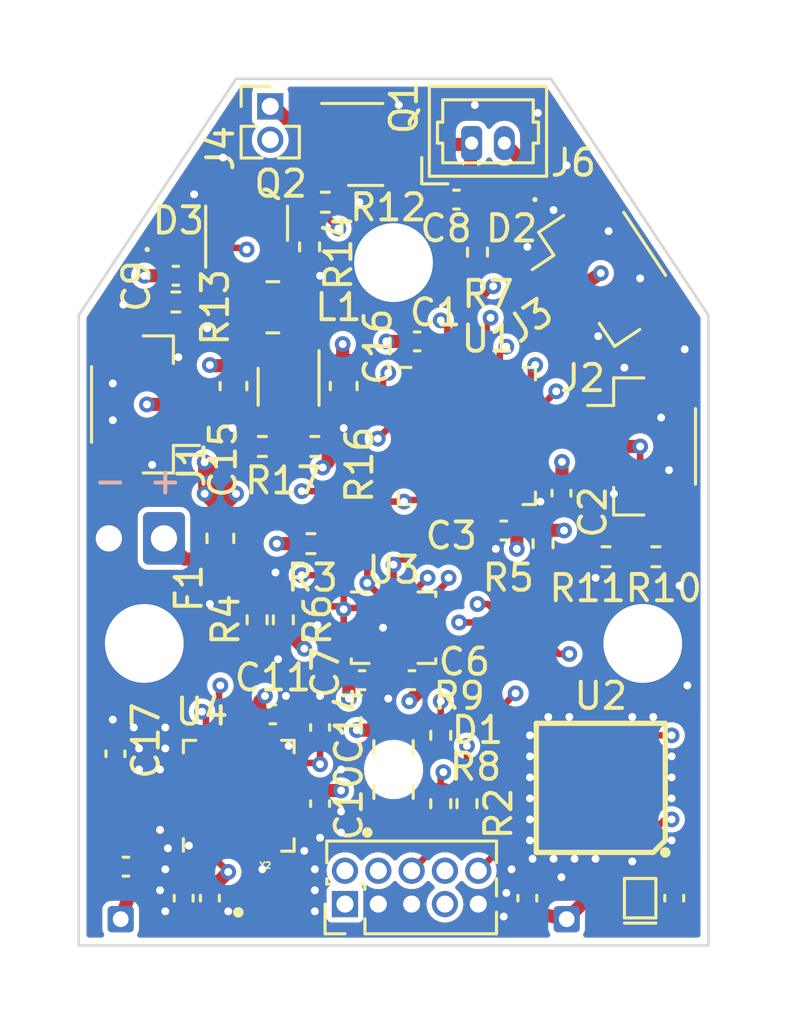
<source format=kicad_pcb>
(kicad_pcb (version 20211014) (generator pcbnew)
  (layers (0 "F.Cu" signal) (1 "In1.Cu" signal) (2 "In2.Cu" signal) (31 "B.Cu" signal) (34 "B.Paste" user) (35 "F.Paste" user) (36 "B.SilkS" user "B.Silkscreen") (37 "F.SilkS" user "F.Silkscreen") (38 "B.Mask" user) (39 "F.Mask" user) (44 "Edge.Cuts" user))
  (net 0 "")
  (net 1 "GND")
  (net 2 "/~{ACCEL_CS}")
  (net 3 "+3V3")
  (net 4 "/CONTROLLER_SDI")
  (net 5 "/CONTROLLER_SDO")
  (net 6 "/SCK")
  (net 7 "Net-(C8-Pad2)")
  (net 8 "Net-(C13-Pad1)")
  (net 9 "/SWCLK")
  (net 10 "/SWDIO")
  (net 12 "/~{GNSS_CS}")
  (net 13 "+BATT")
  (net 14 "Net-(U4-Pad6)")
  (net 19 "Net-(C9-Pad2)")
  (net 21 "Net-(C12-Pad1)")
  (net 24 "/~{RADIO_CS}")
  (net 25 "/~{RST}")
  (net 44 "Net-(U2-PadG9)")
  (net 45 "Net-(BATT1-Pad1)")
  (net 46 "Net-(D1-Pad1)")
  (net 47 "Net-(D1-Pad2)")
  (net 48 "Net-(D1-Pad3)")
  (net 53 "/BATT_MON")
  (net 54 "/SWO")
  (net 55 "Net-(FL1-Pad1)")
  (net 56 "Net-(C4-Pad2)")
  (net 57 "/LED_R")
  (net 58 "/LED_G")
  (net 59 "/LED_B")
  (net 62 "/MAIN_CTL")
  (net 63 "/MAIN_SENSE")
  (net 64 "/BACK_CTL")
  (net 65 "/LEFT_CTL")
  (net 66 "/RIGHT_CTL")
  (net 67 "/TAIL_CTL")
  (net 68 "/TAIL_SENSE")
  (net 69 "Net-(L1-Pad1)")
  (net 70 "Net-(L1-Pad2)")
  (net 71 "Net-(R16-Pad1)")
  (net 72 "Net-(U4-Pad4)")
  (net 73 "Net-(C5-Pad2)")
  (net 74 "Net-(FL2-Pad4)")
  (net 79 "Net-(C17-Pad2)")
  (net 80 "Net-(C18-Pad2)")
  (footprint "library:Antenna" (layer "F.Cu") (at 139.6 112 90)
    (fp_text reference "RADIO1" hide)
    (fp_text value "Conn_01x01" hide)
  )
  (footprint "Connector_JST:JST_SH_BM03B-SRSS-TB_1x03-1MP_P1.00mm_Vertical" (layer "F.Cu") (at 140.5 92.4 90)
    (fp_text reference "J1")
    (fp_text value "BM03B-SRSS-TBLFSN" hide)
  )
  (footprint "Resistor_SMD:R_0402_1005Metric" (layer "F.Cu") (at 151.8 105 -90)
    (fp_text reference "R9")
    (fp_text value "27R" hide)
  )
  (footprint "Capacitor_SMD:C_0402_1005Metric" (layer "F.Cu") (at 152.4 84.6 180)
    (fp_text reference "C8")
    (fp_text value "10nF" hide)
  )
  (footprint "Resistor_SMD:R_0402_1005Metric" (layer "F.Cu") (at 151.8 107.6 -90)
    (fp_text reference "R8")
    (fp_text value "27R" hide)
  )
  (footprint "Resistor_SMD:R_0402_1005Metric" (layer "F.Cu") (at 155.7 97.7 -90)
    (fp_text reference "R5")
    (fp_text value "47k" hide)
  )
  (footprint "Capacitor_SMD:C_0402_1005Metric" (layer "F.Cu") (at 139.4 105.7 -90)
    (fp_text reference "C17")
    (fp_text value "~" hide)
  )
  (footprint "Capacitor_SMD:C_0402_1005Metric" (layer "F.Cu") (at 147.2 104.7 90)
    (fp_text reference "C14")
    (fp_text value "470nF" hide)
  )
  (footprint "Capacitor_SMD:C_0402_1005Metric" (layer "F.Cu") (at 142 111.2 -90)
    (fp_text reference "C13" hide)
    (fp_text value "10nF" hide)
  )
  (footprint "Capacitor_SMD:C_0402_1005Metric" (layer "F.Cu") (at 147.2 107.6 -90)
    (fp_text reference "C10")
    (fp_text value "100nF" hide)
  )
  (footprint "library:FIL_2450FM07D0034T" (layer "F.Cu") (at 140.35 107.55 180)
    (fp_text reference "FL1" hide)
    (fp_text value "2450FM07D0034T" hide)
  )
  (footprint "Package_TO_SOT_SMD:SC-70-8" (layer "F.Cu") (at 146 91.7 -90)
    (fp_text reference "U5" hide)
    (fp_text value "TPS631000" hide)
  )
  (footprint "Resistor_SMD:R_0402_1005Metric" (layer "F.Cu") (at 147 94)
    (fp_text reference "R16")
    (fp_text value "511k" hide)
  )
  (footprint "Resistor_SMD:R_0402_1005Metric" (layer "F.Cu") (at 141.7 88.5)
    (fp_text reference "R13")
    (fp_text value "47k" hide)
  )
  (footprint "Resistor_SMD:R_0402_1005Metric" (layer "F.Cu") (at 160 98.2)
    (fp_text reference "R10")
    (fp_text value "47k" hide)
  )
  (footprint "Capacitor_SMD:C_0402_1005Metric" (layer "F.Cu") (at 150.9 90)
    (fp_text reference "C1")
    (fp_text value "10uF" hide)
  )
  (footprint "library:Antenna" (layer "F.Cu") (at 156.6 112)
    (fp_text reference "GNSS1" hide)
    (fp_text value "Conn_01x01" hide)
  )
  (footprint "Filter:Filter_1411-5_1.4x1.1mm" (layer "F.Cu") (at 159.4 111.2 90)
    (fp_text reference "FL2" hide)
    (fp_text value "1.575GHz" hide)
  )
  (footprint "Package_TO_SOT_SMD:SOT-23" (layer "F.Cu") (at 148.9375 82.5)
    (fp_text reference "Q1")
    (fp_text value "Q_NMOS_GSD" hide)
  )
  (footprint "library:Conn" (layer "F.Cu") (at 141.25 97.5 180)
    (fp_text reference "BATT1" hide)
    (fp_text value "Conn_01x02" hide)
  )
  (footprint "Resistor_SMD:R_0402_1005Metric" (layer "F.Cu") (at 152.8 107.6 -90)
    (fp_text reference "R2")
    (fp_text value "75R" hide)
  )
  (footprint "Resistor_SMD:R_0402_1005Metric" (layer "F.Cu") (at 147.4 84.7 180)
    (fp_text reference "R12")
    (fp_text value "10m" hide)
  )
  (footprint "Connector_PinHeader_1.27mm:PinHeader_1x02_P1.27mm_Vertical" (layer "F.Cu") (at 145.3 81.05)
    (fp_text reference "J4")
    (fp_text value "Conn_01x02" hide)
  )
  (footprint "Fuse:Fuse_0603_1608Metric" (layer "F.Cu") (at 143.4 97.5 -90)
    (fp_text reference "F1")
    (fp_text value "6A" hide)
  )
  (footprint "library:0806" (layer "F.Cu") (at 145.4 88.7)
    (fp_text reference "L1")
    (fp_text value "1uH" hide)
  )
  (footprint "Resistor_SMD:R_0402_1005Metric" (layer "F.Cu") (at 146.8 86.4 90)
    (fp_text reference "R14")
    (fp_text value "10m" hide)
  )
  (footprint "Package_DFN_QFN:UFQFPN-32-1EP_5x5mm_P0.5mm_EP3.5x3.5mm" (layer "F.Cu") (at 152.8 93.6)
    (fp_text reference "U1")
    (fp_text value "STM32G4A1KEU6" hide)
  )
  (footprint "Capacitor_SMD:C_0402_1005Metric" (layer "F.Cu") (at 145.4 104.2)
    (fp_text reference "C11")
    (fp_text value "100nF" hide)
  )
  (footprint "Inductor_SMD:L_0402_1005Metric" (layer "F.Cu") (at 158.1 111.2 -90)
    (fp_text reference "L2" hide)
    (fp_text value "~" hide)
  )
  (footprint "Capacitor_SMD:C_0603_1608Metric" (layer "F.Cu") (at 143.9 91.7 -90)
    (fp_text reference "C15")
    (fp_text value "47uF" hide)
  )
  (footprint "Diode_SMD:D_0402_1005Metric" (layer "F.Cu") (at 154.3 84.6 180)
    (fp_text reference "D2")
    (fp_text value "D_Schottky" hide)
  )
  (footprint "Connector_Molex:Molex_PicoBlade_53047-0210_1x02_P1.25mm_Vertical" (layer "F.Cu") (at 152.975 82.45)
    (fp_text reference "J6")
    (fp_text value "Conn_01x02" hide)
  )
  (footprint "Capacitor_SMD:C_0402_1005Metric" (layer "F.Cu") (at 148.8 102.9)
    (fp_text reference "C7")
    (fp_text value "100nF" hide)
  )
  (footprint "Resistor_SMD:R_0402_1005Metric" (layer "F.Cu") (at 153.2 86.6 -90)
    (fp_text reference "R7")
    (fp_text value "47k" hide)
  )
  (footprint "Connector_JST:JST_SH_BM03B-SRSS-TB_1x03-1MP_P1.00mm_Vertical" (layer "F.Cu") (at 157.9 87.4 -56.31)
    (fp_text reference "J3")
    (fp_text value "BM03B-SRSS-TBLFSN" hide)
  )
  (footprint "Capacitor_SMD:C_0402_1005Metric" (layer "F.Cu") (at 143 111.2 -90)
    (fp_text reference "C12" hide)
    (fp_text value "10nF" hide)
  )
  (footprint "Capacitor_SMD:C_0402_1005Metric" (layer "F.Cu") (at 160.7 111.2 -90)
    (fp_text reference "C5" hide)
    (fp_text value "~" hide)
  )
  (footprint "Capacitor_SMD:C_0402_1005Metric" (layer "F.Cu") (at 139.8 110)
    (fp_text reference "C18" hide)
    (fp_text value "~" hide)
  )
  (footprint "Capacitor_SMD:C_0402_1005Metric" (layer "F.Cu") (at 141.7 87.5)
    (fp_text reference "C9")
    (fp_text value "10nF" hide)
  )
  (footprint "library:XTAL_ECS-520-8-47-CKM-TR" (layer "F.Cu") (at 145.6 111.2)
    (fp_text reference "Y2")
    (fp_text value "52 MHz")
  )
  (footprint "Connector_PinHeader_1.27mm:PinHeader_2x05_P1.27mm_Vertical" (layer "F.Cu") (at 148.15 111.425 90)
    (fp_text reference "J5" hide)
    (fp_text value "Conn_ARM_JTAG_SWD_10" hide)
  )
  (footprint "Capacitor_SMD:C_0402_1005Metric" (layer "F.Cu") (at 155.1 111.2 -90)
    (fp_text reference "C4" hide)
    (fp_text value "~" hide)
  )
  (footprint "Capacitor_SMD:C_0402_1005Metric" (layer "F.Cu") (at 154.2 97.2 180)
    (fp_text reference "C3")
    (fp_text value "1uF" hide)
  )
  (footprint "library:componentsearchengine-BGA51C50P9X9_450X450X110" (layer "F.Cu") (at 157.9 107 180)
    (fp_text reference "U2")
    (fp_text value "ZOE-M8Q" hide)
  )
  (footprint "Resistor_SMD:R_0402_1005Metric" (layer "F.Cu") (at 144.8 100.6 -90)
    (fp_text reference "R4")
    (fp_text value "47k" hide)
  )
  (footprint "Resistor_SMD:R_0402_1005Metric" (layer "F.Cu") (at 145 94)
    (fp_text reference "R17")
    (fp_text value "91k" hide)
  )
  (footprint "Resistor_SMD:R_0402_1005Metric" (layer "F.Cu") (at 158.1 98.2)
    (fp_text reference "R11")
    (fp_text value "47k" hide)
  )
  (footprint "Resistor_SMD:R_0402_1005Metric" (layer "F.Cu") (at 145.8 100.6 90)
    (fp_text reference "R6")
    (fp_text value "47k" hide)
  )
  (footprint "Inductor_SMD:L_0402_1005Metric" (layer "F.Cu") (at 139.8 108.9)
    (fp_text reference "L3" hide)
    (fp_text value "~" hide)
  )
  (footprint "Connector_JST:JST_SH_BM03B-SRSS-TB_1x03-1MP_P1.00mm_Vertical" (layer "F.Cu") (at 159.5 94 -90)
    (fp_text reference "J2")
    (fp_text value "BM03B-SRSS-TBLFSN" hide)
  )
  (footprint "Resistor_SMD:R_0402_1005Metric" (layer "F.Cu") (at 146.85 97.7 180)
    (fp_text reference "R3")
    (fp_text value "47k" hide)
  )
  (footprint "Diode_SMD:D_0402_1005Metric" (layer "F.Cu") (at 141.7 86.5)
    (fp_text reference "D3")
    (fp_text value "D_Schottky" hide)
  )
  (footprint "library:LED_156125M173000" (layer "F.Cu") (at 150 106.3 90)
    (fp_text reference "D1")
    (fp_text value "LED_RGBA" hide)
  )
  (footprint "Package_TO_SOT_SMD:SOT-23" (layer "F.Cu") (at 144.4 85.5 90)
    (fp_text reference "Q2")
    (fp_text value "Q_NMOS_GSD" hide)
  )
  (footprint "library:LGA-14_3x2.5mm" (layer "F.Cu") (at 150 100.9)
    (fp_text reference "U3")
    (fp_text value "LSM6DSRTR" hide)
  )
  (footprint "Package_DFN_QFN:HVQFN-24-1EP_4x4mm_P0.5mm_EP2.6x2.6mm" (layer "F.Cu") (at 144.1 107.3 90)
    (fp_text reference "U4")
    (fp_text value "SX1280" hide)
  )
  (footprint "Capacitor_SMD:C_0402_1005Metric" (layer "F.Cu") (at 150.7 102.9 180)
    (fp_text reference "C6")
    (fp_text value "100nF" hide)
  )
  (footprint "Capacitor_SMD:C_0603_1608Metric" (layer "F.Cu") (at 148.1 91.7 -90)
    (fp_text reference "C16")
    (fp_text value "47uF" hide)
  )
  (footprint "Capacitor_SMD:C_0402_1005Metric" (layer "F.Cu") (at 156.4 95.78 -90)
    (fp_text reference "C2")
    (fp_text value "10uF" hide)
  )
  (gr_line locked (start 138 113) (end 138 89) (layer "Edge.Cuts") (width 0.1))
  (gr_line locked (start 144 80) (end 156 80) (layer "Edge.Cuts") (width 0.1))
  (gr_line locked (start 162 89) (end 156 80) (layer "Edge.Cuts") (width 0.1))
  (gr_line locked (start 138 89) (end 144 80) (layer "Edge.Cuts") (width 0.1))
  (gr_line locked (start 162 113) (end 138 113) (layer "Edge.Cuts") (width 0.1))
  (gr_line locked (start 162 89) (end 162 113) (layer "Edge.Cuts") (width 0.1))
  (gr_text "-" (at 139.2 95.3) (layer "B.SilkS") (effects (font (size 1 1)) (justify mirror)))
  (gr_text "+" (at 141.3 95.3) (layer "B.SilkS") (effects (font (size 1 1)) (justify mirror)))
  (segment (start 153.55 97.03) (end 153.72 97.2) (width 0.25) (layer "F.Cu") (net 1))
  (segment (start 153.55 96.0375) (end 153.55 97.03) (width 0.25) (layer "F.Cu") (net 1))
  (via (at 143.5 83) (size 0.6) (drill 0.3) (layers "F.Cu" "B.Cu") (net 1))
  (via (at 156.4 110.4) (size 0.6) (drill 0.3) (layers "F.Cu" "B.Cu") (net 1))
  (via (at 140.3 106.3) (size 0.6) (drill 0.3) (layers "F.Cu" "B.Cu") (net 1))
  (via (at 140.8 94.7) (size 0.6) (drill 0.3) (layers "F.Cu" "B.Cu") (net 1))
  (via (at 141.1 108.6) (size 0.6) (drill 0.3) (layers "F.Cu" "B.Cu") (net 1))
  (via (at 160.6 105.8) (size 0.6) (drill 0.3) (layers "F.Cu" "B.Cu") (net 1))
  (via (at 141.3 105.5) (size 0.6) (drill 0.3) (layers "F.Cu" "B.Cu") (net 1))
  (via (at 141.8 90.6) (size 0.6) (drill 0.3) (layers "F.Cu" "B.Cu") (net 1))
  (via (at 147 110.9) (size 0.6) (drill 0.3) (layers "F.Cu" "B.Cu") (net 1))
  (via (at 149.8 103.6) (size 0.6) (drill 0.3) (layers "F.Cu" "B.Cu") (net 1))
  (via locked (at 140.5 101.5) (size 3.5) (drill 3) (layers "F.Cu" "B.Cu") (net 1))
  (via (at 155.2 105.8) (size 0.6) (drill 0.3) (layers "F.Cu" "B.Cu") (net 1))
  (via (at 158.4 95.8) (size 0.6) (drill 0.3) (layers "F.Cu" "B.Cu") (net 1))
  (via (at 159.1 109.8) (size 0.6) (drill 0.3) (layers "F.Cu" "B.Cu") (net 1))
  (via (at 155.3 109.7) (size 0.6) (drill 0.3) (layers "F.Cu" "B.Cu") (net 1))
  (via (at 147.2 108.9) (size 0.6) (drill 0.3) (layers "F.Cu" "B.Cu") (net 1))
  (via (at 160.6 106.6) (size 0.6) (drill 0.3) (layers "F.Cu" "B.Cu") (net 1))
  (via (at 159.9 104.3) (size 0.6) (drill 0.3) (layers "F.Cu" "B.Cu") (net 1))
  (via (at 154.3 111) (size 0.6) (drill 0.3) (layers "F.Cu" "B.Cu") (net 1))
  (via (at 139.3 104.4) (size 0.6) (drill 0.3) (layers "F.Cu" "B.Cu") (net 1))
  (via (at 155.2 107.4) (size 0.6) (drill 0.3) (layers "F.Cu" "B.Cu") (net 1))
  (via (at 145.9 103.5) (size 0.6) (drill 0.3) (layers "F.Cu" "B.Cu") (net 1))
  (via (at 147 110.1) (size 0.6) (drill 0.3) (layers "F.Cu" "B.Cu") (net 1))
  (via (at 155.9 104.3) (size 0.6) (drill 0.3) (layers "F.Cu" "B.Cu") (net 1))
  (via (at 156.1 109.7) (size 0.6) (drill 0.3) (layers "F.Cu" "B.Cu") (net 1))
  (via (at 156.9 109.7) (size 0.6) (drill 0.3) (layers "F.Cu" "B.Cu") (net 1))
  (via (at 147.1 100.8) (size 0.6) (drill 0.3) (layers "F.Cu" "B.Cu") (net 1))
  (via (at 156.6 83.3) (size 0.6) (drill 0.3) (layers "F.Cu" "B.Cu") (net 1))
  (via (at 143.7 111.7) (size 0.6) (drill 0.3) (layers "F.Cu" "B.Cu") (net 1))
  (via (at 142.9 89.5) (size 0.6) (drill 0.3) (layers "F.Cu" "B.Cu") (net 1))
  (via (at 148 107.9) (size 0.6) (drill 0.3) (layers "F.Cu" "B.Cu") (net 1))
  (via (at 146.6 109.4) (size 0.6) (drill 0.3) (layers "F.Cu" "B.Cu") (net 1))
  (via (at 155.2 108.2) (size 0.6) (drill 0.3) (layers "F.Cu" "B.Cu") (net 1))
  (via (at 157.8 89.8) (size 0.6) (drill 0.3) (layers "F.Cu" "B.Cu") (net 1))
  (via (at 157.7 99) (size 0.6) (drill 0.3) (layers "F.Cu" "B.Cu") (net 1))
  (via (at 157.7 109.7) (size 0.6) (drill 0.3) (layers "F.Cu" "B.Cu") (net 1))
  (via (at 143 100) (size 0.6) (drill 0.3) (layers "F.Cu" "B.Cu") (net 1))
  (via (at 155.2 106.6) (size 0.6) (drill 0.3) (layers "F.Cu" "B.Cu") (net 1))
  (via (at 141.4 109.3) (size 0.6) (drill 0.3) (layers "F.Cu" "B.Cu") (net 1))
  (via (at 141.3 110.1) (size 0.6) (drill 0.3) (layers "F.Cu" "B.Cu") (net 1))
  (via (at 161.1 90.3) (size 0.6) (drill 0.3) (layers "F.Cu" "B.Cu") (net 1))
  (via (at 139.3 91.6) (size 0.6) (drill 0.3) (layers "F.Cu" "B.Cu") (net 1))
  (via (at 155.5 81.3) (size 0.6) (drill 0.3) (layers "F.Cu" "B.Cu") (net 1))
  (via (at 148.1 93.3) (size 0.6) (drill 0.3) (layers "F.Cu" "B.Cu") (net 1))
  (via (at 140.3 105.5) (size 0.6) (drill 0.3) (layers "F.Cu" "B.Cu") (net 1))
  (via (at 148 108.7) (size 0.6) (drill 0.3) (layers "F.Cu" "B.Cu") (net 1))
  (via (at 149.6 100.9) (size 0.6) (drill 0.3) (layers "F.Cu" "B.Cu") (net 1))
  (via (at 142.4 84.4) (size 0.6) (drill 0.3) (layers "F.Cu" "B.Cu") (net 1))
  (via (at 154.2 111.9) (size 0.6) (drill 0.3) (layers "F.Cu" "B.Cu") (net 1))
  (via (at 155.1 86.4) (size 0.6) (drill 0.3) (layers "F.Cu" "B.Cu") (net 1))
  (via (at 141.3 104.7) (size 0.6) (drill 0.3) (layers "F.Cu" "B.Cu") (net 1))
  (via (at 141.3 111.7) (size 0.6) (drill 0.3) (layers "F.Cu" "B.Cu") (net 1))
  (via (at 148 106.3) (size 0.6) (drill 0.3) (layers "F.Cu" "B.Cu") (net 1))
  (via locked (at 159.5 101.5) (size 3.5) (drill 3) (layers "F.Cu" "B.Cu") (net 1))
  (via (at 158.8 91) (size 0.6) (drill 0.3) (layers "F.Cu" "B.Cu") (net 1))
  (via (at 145.6 102.1) (size 0.6) (drill 0.3) (layers "F.Cu" "B.Cu") (net 1))
  (via (at 156.1 85) (size 0.6) (drill 0.3) (layers "F.Cu" "B.Cu") (net 1))
  (via (at 159.1 104.3) (size 0.6) (drill 0.3) (layers "F.Cu" "B.Cu") (net 1))
  (via (at 141.1 110.9) (size 0.6) (drill 0.3) (layers "F.Cu" "B.Cu") (net 1))
  (via (at 147.2 87.5) (size 0.6) (drill 0.3) (layers "F.Cu" "B.Cu") (net 1))
  (via (at 145.5 98.8) (size 0.6) (drill 0.3) (layers "F.Cu" "B.Cu") (net 1))
  (via (at 156.7 104.3) (size 0.6) (drill 0.3) (layers "F.Cu" "B.Cu") (net 1))
  (via (at 160.6 109) (size 0.6) (drill 0.3) (layers "F.Cu" "B.Cu") (net 1))
  (via (at 160.6 107.4) (size 0.6) (drill 0.3) (layers "F.Cu" "B.Cu") (net 1))
  (via (at 159.4 87.6) (size 0.6) (drill 0.3) (layers "F.Cu" "B.Cu") (net 1))
  (via (at 139.7 88.6) (size 0.6) (drill 0.3) (layers "F.Cu" "B.Cu") (net 1))
  (via (at 155.2 109) (size 0.6) (drill 0.3) (layers "F.Cu" "B.Cu") (net 1))
  (via (at 153.9 97.9) (size 0.6) (drill 0.3) (layers "F.Cu" "B.Cu") (net 1))
  (via (at 143.8625 93.3) (size 0.6) (drill 0.3) (layers "F.Cu" "B.Cu") (net 1))
  (via (at 140.1 104.7) (size 0.6) (drill 0.3) (layers "F.Cu" "B.Cu") (net 1))
  (via (at 158.2 85.8) (size 0.6) (drill 0.3) (layers "F.Cu" "B.Cu") (net 1))
  (via (at 146 105.4) (size 0.6) (drill 0.3) (layers "F.Cu" "B.Cu") (net 1))
  (via (at 150.2 81) (size 0.6) (drill 0.3) (layers "F.Cu" "B.Cu") (net 1))
  (via (at 155.6 96.1) (size 0.6) (drill 0.3) (layers "F.Cu" "B.Cu") (net 1))
  (via (at 148.7 84.7) (size 0.6) (drill 0.3) (layers "F.Cu" "B.Cu") (net 1))
  (via (at 160.9 99.3) (size 0.6) (drill 0.3) (layers "F.Cu" "B.Cu") (net 1))
  (via (at 160.2 92.9) (size 0.6) (drill 0.3) (layers "F.Cu" "B.Cu") (net 1))
  (via (at 141.1 106.3) (size 0.6) (drill 0.3) (layers "F.Cu" "B.Cu") (net 1))
  (via (at 161.2 103.1) (size 0.6) (drill 0.3) (layers "F.Cu" "B.Cu") (net 1))
  (via (at 154.5 110.1) (size 0.6) (drill 0.3) (layers "F.Cu" "B.Cu") (net 1))
  (via (at 139.3 93) (size 0.6) (drill 0.3) (layers "F.Cu" "B.Cu") (net 1))
  (via (at 147.2 103.5) (size 0.6) (drill 0.3) (layers "F.Cu" "B.Cu") (net 1))
  (via (at 145 110.1) (size 0.6) (drill 0.3) (layers "F.Cu" "B.Cu") (net 1))
  (via locked (at 150 87) (size 3.5) (drill 3) (layers "F.Cu" "B.Cu") (net 1))
  (via (at 160.5 94.9) (size 0.6) (drill 0.3) (layers "F.Cu" "B.Cu") (net 1))
  (via (at 147 111.7) (size 0.6) (drill 0.3) (layers "F.Cu" "B.Cu") (net 1))
  (via (at 155.2 105) (size 0.6) (drill 0.3) (layers "F.Cu" "B.Cu") (net 1))
  (via (at 142.2 109.2) (size 0.6) (drill 0.3) (layers "F.Cu" "B.Cu") (net 1))
  (via (at 153.1 81) (size 0.6) (drill 0.3) (layers "F.Cu" "B.Cu") (net 1))
  (segment (start 151.3 99) (end 150.5 99.8) (width 0.25) (layer "F.Cu") (net 2))
  (segment (start 150.5 99.8) (end 150.5 99.9875) (width 0.25) (layer "F.Cu") (net 2))
  (segment (start 147.5 97.7) (end 147.36 97.7) (width 0.25) (layer "F.Cu") (net 2))
  (segment (start 149.1 96.1) (end 147.5 97.7) (width 0.25) (layer "F.Cu") (net 2))
  (segment (start 150.4 96.1) (end 149.1 96.1) (width 0.25) (layer "F.Cu") (net 2))
  (segment (start 150.4625 96.0375) (end 150.4 96.1) (width 0.25) (layer "F.Cu") (net 2))
  (segment (start 151.05 96.0375) (end 150.4625 96.0375) (width 0.25) (layer "F.Cu") (net 2))
  (via (at 150.4 96.1) (size 0.6) (drill 0.3) (layers "F.Cu" "B.Cu") (net 2))
  (via (at 151.3 99) (size 0.6) (drill 0.3) (layers "F.Cu" "B.Cu") (net 2))
  (segment (start 154.052609 96.565) (end 154.68 97.192391) (width 0.25) (layer "F.Cu") (net 3))
  (segment (start 155.7 97.19) (end 156.49 97.19) (width 0.5) (layer "F.Cu") (net 3))
  (segment (start 149.4875 101.8125) (end 149.1 102.2) (width 0.25) (layer "F.Cu") (net 3))
  (segment (start 150.495 90) (end 150.495 91.7175) (width 0.25) (layer "F.Cu") (net 3))
  (segment (start 159.9 105.2) (end 159.9 106) (width 0.25) (layer "F.Cu") (net 3))
  (segment (start 148.32 102.78) (end 148.32 102.9) (width 0.25) (layer "F.Cu") (net 3))
  (segment (start 144.35 105.3625) (end 144.35 104.77) (width 0.25) (layer "F.Cu") (net 3))
  (segment (start 145.1 103.5) (end 144.9 103.7) (width 0.5) (layer "F.Cu") (net 3))
  (segment (start 146.63 106.55) (end 147.2 107.12) (width 0.25) (layer "F.Cu") (net 3))
  (segment (start 154.68 97.192391) (end 154.68 97.2) (width 0.25) (layer "F.Cu") (net 3))
  (segment (start 147.22 107.1) (end 147.2 107.12) (width 0.5) (layer "F.Cu") (net 3))
  (segment (start 148.3 102.92) (end 148.32 102.9) (width 0.5) (layer "F.Cu") (net 3))
  (segment (start 148.3 103.6) (end 148.3 102.92) (width 0.5) (layer "F.Cu") (net 3))
  (segment (start 144.8 101.11) (end 145.8 101.11) (width 0.5) (layer "F.Cu") (net 3))
  (segment (start 148 107.1) (end 147.22 107.1) (width 0.5) (layer "F.Cu") (net 3))
  (segment (start 155.2375 95.35) (end 156.35 95.35) (width 0.25) (layer "F.Cu") (net 3))
  (segment (start 145.8 101.11) (end 146.01 101.11) (width 0.5) (layer "F.Cu") (net 3))
  (segment (start 148.9 102.2) (end 148.32 102.78) (width 0.25) (layer "F.Cu") (net 3))
  (segment (start 148.1 90.925) (end 146.875 90.925) (width 0.5) (layer "F.Cu") (net 3))
  (segment (start 144.35 104.77) (end 144.92 104.2) (width 0.25) (layer "F.Cu") (net 3))
  (segment (start 151.18 102.9) (end 151.1625 102.8825) (width 0.25) (layer "F.Cu") (net 3))
  (segment (start 147.51 94.59) (end 147.51 94) (width 0.5) (layer "F.Cu") (net 3))
  (segment (start 149.275 104.8) (end 149.425 104.65) (width 0.5) (layer "F.Cu") (net 3))
  (segment (start 151.18 103.12) (end 151.18 102.9) (width 0.5) (layer "F.Cu") (net 3))
  (segment (start 147.3 94.8) (end 147.51 94.59) (width 0.5) (layer "F.Cu") (net 3))
  (segment (start 146.01 101.11) (end 146.6 101.7) (width 0.5) (layer "F.Cu") (net 3))
  (segment (start 156.35 95.35) (end 156.4 95.3) (width 0.25) (layer "F.Cu") (net 3))
  (segment (start 159.9 105) (end 159.4 105) (width 0.25) (layer "F.Cu") (net 3))
  (segment (start 151.1625 102.8825) (end 151.1625 101.65) (width 0.25) (layer "F.Cu") (net 3))
  (segment (start 156.49 97.19) (end 156.5 97.2) (width 0.5) (layer "F.Cu") (net 3))
  (segment (start 148.0625 90.1) (end 148.0625 90.925) (width 0.5) (layer "F.Cu") (net 3))
  (segment (start 150.6 103.7) (end 151.18 103.12) (width 0.5) (layer "F.Cu") (net 3))
  (segment (start 154.7 97.9) (end 154.7 97.22) (width 0.5) (layer "F.Cu") (net 3))
  (segment (start 146.0375 106.55) (end 146.63 106.55) (width 0.25) (layer "F.Cu") (net 3))
  (segment (start 156.42 94.586026) (end 156.42 95.28) (width 0.5) (layer "F.Cu") (net 3))
  (segment (start 149.725 90) (end 150.42 90) (width 0.5) (layer "F.Cu") (net 3))
  (segment (start 149.1 102.2) (end 148.9 102.2) (width 0.25) (layer "F.Cu") (net 3))
  (segment (start 154.05 96.565) (end 154.052609 96.565) (width 0.25) (layer "F.Cu") (net 3))
  (segment (start 149.5 101.8125) (end 149.4875 101.8125) (width 0.25) (layer "F.Cu") (net 3))
  (segment (start 144.9 103.7) (end 144.9 104.18) (width 0.5) (layer "F.Cu") (net 3))
  (segment (start 146.34 97.7) (end 145.55 97.7) (width 0.5) (layer "F.Cu") (net 3))
  (segment (start 154.05 96.0375) (end 154.05 96.565) (width 0.25) (layer "F.Cu") (net 3))
  (segment (start 148.6 104.8) (end 149.275 104.8) (width 0.5) (layer "F.Cu") (net 3))
  (segment (start 159.9 105) (end 159.9 105.2) (width 0.25) (layer "F.Cu") (net 3))
  (segment (start 154.7 97.22) (end 154.68 97.2) (width 0.5) (layer "F.Cu") (net 3))
  (segment (start 159.9 105) (end 160.6 105) (width 0.25) (layer "F.Cu") (net 3))
  (via (at 149.725 90) (size 0.6) (drill 0.3) (layers "F.Cu" "B.Cu") (net 3))
  (via (at 160.6 105) (size 0.6) (drill 0.3) (layers "F.Cu" "B.Cu") (net 3))
  (via (at 156.5 97.2) (size 0.6) (drill 0.3) (layers "F.Cu" "B.Cu") (net 3))
  (via (at 146.6 101.7) (size 0.6) (drill 0.3) (layers "F.Cu" "B.Cu") (net 3))
  (via (at 148 107.1) (size 0.6) (drill 0.3) (layers "F.Cu" "B.Cu") (net 3))
  (via (at 148.0625 90.1) (size 0.6) (drill 0.3) (layers "F.Cu" "B.Cu") (net 3))
  (via (at 145.55 97.7) (size 0.6) (drill 0.3) (layers "F.Cu" "B.Cu") (net 3))
  (via (at 156.42 94.586026) (size 0.6) (drill 0.3) (layers "F.Cu" "B.Cu") (net 3))
  (via (at 154.7 97.9) (size 0.6) (drill 0.3) (layers "F.Cu" "B.Cu") (net 3))
  (via (at 148.6 104.8) (size 0.6) (drill 0.3) (layers "F.Cu" "B.Cu") (net 3))
  (via (at 150.6 103.7) (size 0.6) (drill 0.3) (layers "F.Cu" "B.Cu") (net 3))
  (via (at 145.1 103.5) (size 0.6) (drill 0.3) (layers "F.Cu" "B.Cu") (net 3))
  (via (at 148.3 103.6) (size 0.6) (drill 0.3) (layers "F.Cu" "B.Cu") (net 3))
  (via (at 147.3 94.8) (size 0.6) (drill 0.3) (layers "F.Cu" "B.Cu") (net 3))
  (segment (start 148.1 101.4) (end 148.1 100.2) (width 0.25) (layer "F.Cu") (net 4))
  (segment (start 149.6 97.3) (end 148.1 98.8) (width 0.25) (layer "F.Cu") (net 4))
  (segment (start 148.8375 100.15) (end 148.15 100.15) (width 0.25) (layer "F.Cu") (net 4))
  (segment (start 153.6 100.7) (end 156 103.1) (width 0.25) (layer "F.Cu") (net 4))
  (segment (start 157.9 104.6) (end 157.9 105) (width 0.25) (layer "F.Cu") (net 4))
  (segment (start 152.05 96.0375) (end 152.05 97.05) (width 0.25) (layer "F.Cu") (net 4))
  (segment (start 156 103.1) (end 156.4 103.1) (width 0.25) (layer "F.Cu") (net 4))
  (segment (start 144.9 102.8) (end 146.7 102.8) (width 0.25) (layer "F.Cu") (net 4))
  (segment (start 152.5 100.7) (end 153.6 100.7) (width 0.25) (layer "F.Cu") (net 4))
  (segment (start 146.7 102.8) (end 148.1 101.4) (width 0.25) (layer "F.Cu") (net 4))
  (segment (start 152.05 97.05) (end 151.8 97.3) (width 0.25) (layer "F.Cu") (net 4))
  (segment (start 143.85 105.3625) (end 143.85 103.85) (width 0.25) (layer "F.Cu") (net 4))
  (segment (start 148.15 100.15) (end 148.1 100.2) (width 0.25) (layer "F.Cu") (net 4))
  (segment (start 148.1 98.8) (end 148.1 100.2) (width 0.25) (layer "F.Cu") (net 4))
  (segment (start 147.99 100.09) (end 148.1 100.2) (width 0.25) (layer "F.Cu") (net 4))
  (segment (start 145.8 100.09) (end 147.99 100.09) (width 0.25) (layer "F.Cu") (net 4))
  (segment (start 156.4 103.1) (end 157.9 104.6) (width 0.25) (layer "F.Cu") (net 4))
  (segment (start 151.8 97.3) (end 149.6 97.3) (width 0.25) (layer "F.Cu") (net 4))
  (segment (start 143.85 103.85) (end 144.9 102.8) (width 0.25) (layer "F.Cu") (net 4))
  (via (at 152.5 100.7) (size 0.6) (drill 0.3) (layers "F.Cu" "B.Cu") (net 4))
  (via (at 148.1 100.2) (size 0.6) (drill 0.3) (layers "F.Cu" "B.Cu") (net 4))
  (segment (start 156.6 102.6) (end 156.2 102.6) (width 0.25) (layer "F.Cu") (net 5))
  (segment (start 158.4 105) (end 158.4 104.4) (width 0.25) (layer "F.Cu") (net 5))
  (segment (start 156.2 102.6) (end 153.6 100) (width 0.25) (layer "F.Cu") (net 5))
  (segment (start 149 99.2) (end 149.5 99.7) (width 0.25) (layer "F.Cu") (net 5))
  (segment (start 149 98.616116) (end 149.816116 97.8) (width 0.25) (layer "F.Cu") (net 5))
  (segment (start 149.5 99.7) (end 149.5 99.9875) (width 0.25) (layer "F.Cu") (net 5))
  (segment (start 143.35 103.15) (end 143.35 105.3625) (width 0.25) (layer "F.Cu") (net 5))
  (segment (start 149.816116 97.8) (end 152.1 97.8) (width 0.25) (layer "F.Cu") (net 5))
  (segment (start 149 99.2) (end 149 98.616116) (width 0.25) (layer "F.Cu") (net 5))
  (segment (start 158.4 104.4) (end 156.6 102.6) (width 0.25) (layer "F.Cu") (net 5))
  (segment (start 152.1 97.8) (end 152.55 97.35) (width 0.25) (layer "F.Cu") (net 5))
  (segment (start 153.6 100) (end 153.2 100) (width 0.25) (layer "F.Cu") (net 5))
  (segment (start 143.4 103.1) (end 143.35 103.15) (width 0.25) (layer "F.Cu") (net 5))
  (segment (start 152.55 97.35) (end 152.55 96.0375) (width 0.25) (layer "F.Cu") (net 5))
  (via (at 149 99.2) (size 0.6) (drill 0.3) (layers "F.Cu" "B.Cu") (net 5))
  (via (at 143.4 103.1) (size 0.6) (drill 0.3) (layers "F.Cu" "B.Cu") (net 5))
  (via (at 153.2 100) (size 0.6) (drill 0.3) (layers "F.Cu" "B.Cu") (net 5))
  (segment (start 147.3 98.9) (end 149.4 96.8) (width 0.25) (layer "F.Cu") (net 6))
  (segment (start 160.345405 108.2) (end 160.045405 108.5) (width 0.25) (layer "F.Cu") (net 6))
  (segment (start 150.2 98.3) (end 150 98.5) (width 0.25) (layer "F.Cu") (net 6))
  (segment (start 142.85 104.25) (end 142.85 105.3625) (width 0.25) (layer "F.Cu") (net 6))
  (segment (start 142.7 104.1) (end 142.85 104.25) (width 0.25) (layer "F.Cu") (net 6))
  (segment (start 160.045405 108.5) (end 159.9 108.5) (width 0.25) (layer "F.Cu") (net 6))
  (segment (start 151.55 96.55) (end 151.55 96.0375) (width 0.25) (layer "F.Cu") (net 6))
  (segment (start 152.7 98.3) (end 150.2 98.3) (width 0.25) (layer "F.Cu") (net 6))
  (segment (start 146.5 98.9) (end 147.3 98.9) (width 0.25) (layer "F.Cu") (net 6))
  (segment (start 150 98.5) (end 150 99.9875) (width 0.25) (layer "F.Cu") (net 6))
  (segment (start 160.6 108.2) (end 160.345405 108.2) (width 0.25) (layer "F.Cu") (net 6))
  (segment (start 151.3 96.8) (end 151.55 96.55) (width 0.25) (layer "F.Cu") (net 6))
  (segment (start 156.7 101.9) (end 156.3 101.9) (width 0.25) (layer "F.Cu") (net 6))
  (segment (start 149.4 96.8) (end 151.3 96.8) (width 0.25) (layer "F.Cu") (net 6))
  (segment (start 156.3 101.9) (end 152.7 98.3) (width 0.25) (layer "F.Cu") (net 6))
  (via (at 160.6 108.2) (size 0.6) (drill 0.3) (layers "F.Cu" "B.Cu") (net 6))
  (via (at 146.5 98.9) (size 0.6) (drill 0.3) (layers "F.Cu" "B.Cu") (net 6))
  (via (at 142.7 104.1) (size 0.6) (drill 0.3) (layers "F.Cu" "B.Cu") (net 6))
  (via (at 156.7 101.9) (size 0.6) (drill 0.3) (layers "F.Cu" "B.Cu") (net 6))
  (via (at 150 98.5) (size 0.6) (drill 0.3) (layers "F.Cu" "B.Cu") (net 6))
  (segment (start 153.38 83.84) (end 153.815 84.275) (width 0.5) (layer "F.Cu") (net 7))
  (segment (start 152.94 83.84) (end 153.38 83.84) (width 0.5) (layer "F.Cu") (net 7))
  (segment (start 153.815 84.275) (end 153.815 84.6) (width 0.5) (layer "F.Cu") (net 7))
  (segment (start 151.92 84.6) (end 151.92 84.35) (width 0.5) (layer "F.Cu") (net 7))
  (segment (start 149.875 82.5) (end 152.925 82.5) (width 0.5) (layer "F.Cu") (net 7))
  (segment (start 152.43 83.84) (end 152.94 83.84) (width 0.5) (layer "F.Cu") (net 7))
  (segment (start 152.975 82.45) (end 152.94 82.485) (width 0.5) (layer "F.Cu") (net 7))
  (segment (start 152.925 82.5) (end 152.975 82.45) (width 0.5) (layer "F.Cu") (net 7))
  (segment (start 151.92 84.35) (end 152.43 83.84) (width 0.5) (layer "F.Cu") (net 7))
  (segment (start 152.94 82.485) (end 152.94 83.84) (width 0.5) (layer "F.Cu") (net 7))
  (segment (start 142.85 109.87) (end 142 110.72) (width 0.25) (layer "F.Cu") (net 8))
  (segment (start 142.85 109.2375) (end 142.85 109.87) (width 0.25) (layer "F.Cu") (net 8))
  (segment (start 155.4 90.9) (end 155.2375 91.0625) (width 0.25) (layer "F.Cu") (net 9))
  (segment (start 155.2375 91.0625) (end 155.2375 91.85) (width 0.25) (layer "F.Cu") (net 9))
  (via (at 155.4 90.9) (size 0.6) (drill 0.3) (layers "F.Cu" "B.Cu") (net 9))
  (segment (start 155.75 92.35) (end 155.2375 92.35) (width 0.25) (layer "F.Cu") (net 10))
  (segment (start 156.2 91.9) (end 155.75 92.35) (width 0.25) (layer "F.Cu") (net 10))
  (via (at 156.2 91.9) (size 0.6) (drill 0.3) (layers "F.Cu" "B.Cu") (net 10))
  (segment (start 159.9 109.7) (end 160.8 109.7) (width 0.25) (layer "F.Cu") (net 12))
  (segment (start 159.4 109.2) (end 159.9 109.7) (width 0.25) (layer "F.Cu") (net 12))
  (segment (start 153.7 98.6) (end 153.05 97.95) (width 0.25) (layer "F.Cu") (net 12))
  (segment (start 160.6 103.6) (end 158.3 103.6) (width 0.25) (layer "F.Cu") (net 12))
  (segment (start 155.71 98.21) (end 155.7 98.21) (width 0.25) (layer "F.Cu") (net 12))
  (segment (start 154.9 98.6) (end 153.7 98.6) (width 0.25) (layer "F.Cu") (net 12))
  (segment (start 155.7 98.21) (end 155.29 98.21) (width 0.25) (layer "F.Cu") (net 12))
  (segment (start 157.4 102.7) (end 157.4 99.9) (width 0.25) (layer "F.Cu") (net 12))
  (segment (start 161.3 104.3) (end 160.6 103.6) (width 0.25) (layer "F.Cu") (net 12))
  (segment (start 153.05 97.95) (end 153.05 96.0375) (width 0.25) (layer "F.Cu") (net 12))
  (segment (start 159.4 109) (end 159.4 109.2) (width 0.25) (layer "F.Cu") (net 12))
  (segment (start 160.8 109.7) (end 161.3 109.2) (width 0.25) (layer "F.Cu") (net 12))
  (segment (start 161.3 109.2) (end 161.3 104.3) (width 0.25) (layer "F.Cu") (net 12))
  (segment (start 157.4 99.9) (end 155.71 98.21) (width 0.25) (layer "F.Cu") (net 12))
  (segment (start 155.29 98.21) (end 154.9 98.6) (width 0.25) (layer "F.Cu") (net 12))
  (segment (start 158.3 103.6) (end 157.4 102.7) (width 0.25) (layer "F.Cu") (net 12))
  (segment (start 154.785 83.01) (end 154.225 82.45) (width 0.5) (layer "F.Cu") (net 13))
  (segment (start 143.4 96.4) (end 144 95.8) (width 0.5) (layer "F.Cu") (net 13))
  (segment (start 143.8625 90.925) (end 143.025 90.925) (width 0.5) (layer "F.Cu") (net 13))
  (segment (start 144 95.8) (end 143.5 95.8) (width 0.5) (layer "F.Cu") (net 13))
  (segment (start 160.51 98.2) (end 159.4 97.09) (width 0.25) (layer "F.Cu") (net 13))
  (segment (start 152.88 84.829993) (end 152.88 84.6) (width 0.5) (layer "F.Cu") (net 13))
  (segment (start 142.8 95.8) (end 142.8 94.6) (width 0.5) (layer "F.Cu") (net 13))
  (segment (start 156.797532 88.134976) (end 157.9 87.4) (width 0.5) (layer "F.Cu") (net 13))
  (segment (start 154.785 84.794993) (end 154.209993 85.37) (width 0.5) (layer "F.Cu") (net 13))
  (segment (start 143.4 96.4) (end 142.8 95.8) (width 0.5) (layer "F.Cu") (net 13))
  (segment (start 144 95.8) (end 142.8 95.8) (width 0.5) (layer "F.Cu") (net 13))
  (segment (start 153.420007 85.37) (end 152.88 84.829993) (width 0.5) (layer "F.Cu") (net 13))
  (segment (start 143.5 95.8) (end 143 95.3) (width 0.5) (layer "F.Cu") (net 13))
  (segment (start 143.025 90.925) (end 143 90.9) (width 0.5) (layer "F.Cu") (net 13))
  (segment (start 143.4 96.7125) (end 143.4 96.4) (width 0.5) (layer "F.Cu") (net 13))
  (segment (start 142.8 94.6) (end 144 95.8) (width 0.5) (layer "F.Cu") (net 13))
  (segment (start 159.4 97.09) (end 159.4 94) (width 0.25) (layer "F.Cu") (net 13))
  (segment (start 154.785 84.6) (end 154.785 84.794993) (width 0.5) (layer "F.Cu") (net 13))
  (segment (start 141.22 86.505) (end 141.215 86.5) (width 0.5) (layer "F.Cu") (net 13))
  (segment (start 141.22 87.5) (end 141.22 86.505) (width 0.5) (layer "F.Cu") (net 13))
  (segment (start 140.5 87.5) (end 141.22 87.5) (width 0.5) (layer "F.Cu") (net 13))
  (segment (start 154.785 84.6) (end 154.785 83.01) (width 0.5) (layer "F.Cu") (net 13))
  (segment (start 159.4 94) (end 158.175 94) (width 0.5) (layer "F.Cu") (net 13))
  (segment (start 145.75 92.6) (end 145.25 92.6) (width 0.25) (layer "F.Cu") (net 13))
  (segment (start 140.6 92.4) (end 141.825 92.4) (width 0.5) (layer "F.Cu") (net 13))
  (segment (start 154.209993 85.37) (end 153.420007 85.37) (width 0.5) (layer "F.Cu") (net 13))
  (segment (start 143.9 90.925) (end 145.125 90.925) (width 0.5) (layer "F.Cu") (net 13))
  (segment (start 145.25 92.6) (end 145.25 90.8) (width 0.25) (layer "F.Cu") (net 13))
  (via (at 140.6 92.4) (size 0.6) (drill 0.3) (layers "F.Cu" "B.Cu") (net 13))
  (via (at 140.5 87.5) (size 0.6) (drill 0.3) (layers "F.Cu" "B.Cu") (net 13))
  (via (at 142.8 95.8) (size 0.6) (drill 0.3) (layers "F.Cu" "B.Cu") (net 13))
  (via (at 143 90.9) (size 0.6) (drill 0.3) (layers "F.Cu" "B.Cu") (net 13))
  (via (at 157.9 87.4) (size 0.6) (drill 0.3) (layers "F.Cu" "B.Cu") (net 13))
  (via (at 142.8 94.6) (size 0.6) (drill 0.3) (layers "F.Cu" "B.Cu") (net 13))
  (via (at 144 95.8) (size 0.6) (drill 0.3) (layers "F.Cu" "B.Cu") (net 13))
  (via (at 159.4 94) (size 0.6) (drill 0.3) (layers "F.Cu" "B.Cu") (net 13))
  (segment (start 146.125 110.325) (end 145.35 109.55) (width 0.25) (layer "F.Cu") (net 14))
  (segment (start 145.35 109.2375) (end 145.35 109.45) (width 0.25) (layer "F.Cu") (net 14))
  (segment (start 146.125 110.6) (end 146.125 110.325) (width 0.25) (layer "F.Cu") (net 14))
  (segment (start 145.35 109.55) (end 145.35 109.2375) (width 0.25) (layer "F.Cu") (net 14))
  (segment (start 142.185 86.5) (end 142.185 87.495) (width 0.5) (layer "F.Cu") (net 19))
  (segment (start 146.25 81.85) (end 146.25 82.85) (width 0.5) (layer "F.Cu") (net 19))
  (segment (start 142.185 86.116472) (end 142.185 86.5) (width 0.5) (layer "F.Cu") (net 19))
  (segment (start 145.45 81.05) (end 146.25 81.85) (width 0.5) (layer "F.Cu") (net 19))
  (segment (start 144.5375 84.5625) (end 144.4 84.5625) (width 0.5) (layer "F.Cu") (net 19))
  (segment (start 146.25 82.85) (end 144.5375 84.5625) (width 0.5) (layer "F.Cu") (net 19))
  (segment (start 142.185 87.495) (end 142.18 87.5) (width 0.5) (layer "F.Cu") (net 19))
  (segment (start 143.738972 84.5625) (end 142.185 86.116472) (width 0.5) (layer "F.Cu") (net 19))
  (segment (start 145.3 81.05) (end 145.45 81.05) (width 0.5) (layer "F.Cu") (net 19))
  (segment (start 144.4 84.5625) (end 143.738972 84.5625) (width 0.5) (layer "F.Cu") (net 19))
  (segment (start 143.35 109.85) (end 143.7 110.2) (width 0.25) (layer "F.Cu") (net 21))
  (segment (start 147.2 106.1) (end 147.2 105.18) (width 0.25) (layer "F.Cu") (net 21))
  (segment (start 143.18 110.72) (end 143.7 110.2) (width 0.5) (layer "F.Cu") (net 21))
  (segment (start 146.0375 106.05) (end 147.15 106.05) (width 0.25) (layer "F.Cu") (net 21))
  (segment (start 143.35 109.2375) (end 143.35 109.85) (width 0.25) (layer "F.Cu") (net 21))
  (segment (start 143 110.72) (end 143.18 110.72) (width 0.25) (layer "F.Cu") (net 21))
  (segment (start 147.15 106.05) (end 147.2 106.1) (width 0.25) (layer "F.Cu") (net 21))
  (via (at 147.2 106.1) (size 0.6) (drill 0.3) (layers "F.Cu" "B.Cu") (net 21))
  (via (at 143.7 110.2) (size 0.6) (drill 0.3) (layers "F.Cu" "B.Cu") (net 21))
  (segment (start 142 105.8875) (end 142 103.6) (width 0.25) (layer "F.Cu") (net 24))
  (segment (start 149.15 95.35) (end 150.3625 95.35) (width 0.25) (layer "F.Cu") (net 24))
  (segment (start 145.45 96.9) (end 147.6 96.9) (width 0.25) (layer "F.Cu") (net 24))
  (segment (start 147.6 96.9) (end 149.15 95.35) (width 0.25) (layer "F.Cu") (net 24))
  (segment (start 144.1 101.5) (end 144.1 100.79) (width 0.25) (layer "F.Cu") (net 24))
  (segment (start 142 103.6) (end 144.1 101.5) (width 0.25) (layer "F.Cu") (net 24))
  (segment (start 144.1 100.79) (end 144.8 100.09) (width 0.25) (layer "F.Cu") (net 24))
  (segment (start 144.8 97.55) (end 145.45 96.9) (width 0.25) (layer "F.Cu") (net 24))
  (segment (start 142.1625 106.05) (end 142 105.8875) (width 0.25) (layer "F.Cu") (net 24))
  (segment (start 144.8 100.09) (end 144.8 97.55) (width 0.25) (layer "F.Cu") (net 24))
  (segment (start 150.3625 93.35) (end 149.75 93.35) (width 0.25) (layer "F.Cu") (net 25))
  (segment (start 152.1 99.1) (end 151.8 99.4) (width 0.25) (layer "F.Cu") (net 25))
  (segment (start 152.1 99) (end 152.1 99.1) (width 0.25) (layer "F.Cu") (net 25))
  (segment (start 151.8 99.4) (end 151.8 101.6) (width 0.25) (layer "F.Cu") (net 25))
  (segment (start 154.5 104.5) (end 154.5 108.885) (width 0.25) (layer "F.Cu") (net 25))
  (segment (start 154.25 102) (end 155.3 103.05) (width 0.25) (layer "F.Cu") (net 25))
  (segment (start 155.3 103.05) (end 155.3 103.7) (width 0.25) (layer "F.Cu") (net 25))
  (segment (start 154.5 108.885) (end 153.23 110.155) (width 0.25) (layer "F.Cu") (net 25))
  (segment (start 149.75 93.35) (end 149.4 93.7) (width 0.25) (layer "F.Cu") (net 25))
  (segment (start 155.3 103.7) (end 154.5 104.5) (width 0.25) (layer "F.Cu") (net 25))
  (segment (start 152.2 102) (end 154.25 102) (width 0.25) (layer "F.Cu") (net 25))
  (segment (start 151.8 101.6) (end 152.2 102) (width 0.25) (layer "F.Cu") (net 25))
  (via (at 149.4 93.7) (size 0.6) (drill 0.3) (layers "F.Cu" "B.Cu") (net 25))
  (via (at 152.1 99) (size 0.6) (drill 0.3) (layers "F.Cu" "B.Cu") (net 25))
  (segment (start 155.9 106) (end 155.9 105.5) (width 0.25) (layer "F.Cu") (net 44))
  (segment (start 143.4 98.2875) (end 142.0375 98.2875) (width 0.5) (layer "F.Cu") (net 45))
  (segment (start 142.0375 98.2875) (end 141.25 97.5) (width 0.5) (layer "F.Cu") (net 45))
  (segment (start 149.425 107.95) (end 149.425 108.258884) (width 0.25) (layer "F.Cu") (net 46))
  (segment (start 152.11 108.8) (end 152.8 108.11) (width 0.25) (layer "F.Cu") (net 46))
  (segment (start 149.425 108.258884) (end 149.966116 108.8) (width 0.25) (layer "F.Cu") (net 46))
  (segment (start 149.966116 108.8) (end 152.11 108.8) (width 0.25) (layer "F.Cu") (net 46))
  (segment (start 150.735 108.11) (end 150.575 107.95) (width 0.25) (layer "F.Cu") (net 47))
  (segment (start 151.8 108.11) (end 150.735 108.11) (width 0.25) (layer "F.Cu") (net 47))
  (segment (start 151.8 105.51) (end 151.435 105.51) (width 0.25) (layer "F.Cu") (net 48))
  (segment (start 151.435 105.51) (end 150.575 104.65) (width 0.25) (layer "F.Cu") (net 48))
  (segment (start 159.49 98.2) (end 158.61 98.2) (width 0.25) (layer "F.Cu") (net 53))
  (segment (start 158.61 98.2) (end 158.61 97.91) (width 0.25) (layer "F.Cu") (net 53))
  (segment (start 157.075 96.375) (end 157.075 94.275) (width 0.25) (layer "F.Cu") (net 53))
  (segment (start 156.65 93.85) (end 157.075 94.275) (width 0.25) (layer "F.Cu") (net 53))
  (segment (start 158.61 97.91) (end 157.075 96.375) (width 0.25) (layer "F.Cu") (net 53))
  (segment (start 155.2375 93.85) (end 156.65 93.85) (width 0.25) (layer "F.Cu") (net 53))
  (segment (start 153.4 109.3) (end 154 108.7) (width 0.25) (layer "F.Cu") (net 54))
  (segment (start 154 108.7) (end 154 104.05) (width 0.25) (layer "F.Cu") (net 54))
  (segment (start 154.05 90.45) (end 154.05 91.1625) (width 0.25) (layer "F.Cu") (net 54))
  (segment (start 154 104.05) (end 154.65 103.4) (width 0.25) (layer "F.Cu") (net 54))
  (segment (start 150.69 110.155) (end 151.545 109.3) (width 0.25) (layer "F.Cu") (net 54))
  (segment (start 154.3 90.2) (end 154.05 90.45) (width 0.25) (layer "F.Cu") (net 54))
  (segment (start 151.545 109.3) (end 153.4 109.3) (width 0.25) (layer "F.Cu") (net 54))
  (via (at 154.65 103.4) (size 0.6) (drill 0.3) (layers "F.Cu" "B.Cu") (net 54))
  (via (at 154.3 90.2) (size 0.6) (drill 0.3) (layers "F.Cu" "B.Cu") (net 54))
  (segment (start 142.1625 107.55) (end 141.2625 107.55) (width 0.25) (layer "F.Cu") (net 55))
  (segment (start 157.91 110.69) (end 158.1 110.69) (width 0.5) (layer "F.Cu") (net 56))
  (segment (start 156.6 112) (end 157.91 110.69) (width 0.5) (layer "F.Cu") (net 56))
  (segment (start 155.1 111.71) (end 156.6 112) (width 0.5) (layer "F.Cu") (net 56))
  (segment (start 152.8 107.09) (end 152.8 105.4) (width 0.25) (layer "F.Cu") (net 57))
  (segment (start 153.55 91.1625) (end 153.55 89.25) (width 0.25) (layer "F.Cu") (net 57))
  (segment (start 153.55 89.25) (end 153.7 89.1) (width 0.25) (layer "F.Cu") (net 57))
  (via (at 153.7 89.1) (size 0.6) (drill 0.3) (layers "F.Cu" "B.Cu") (net 57))
  (via (at 152.8 105.4) (size 0.6) (drill 0.3) (layers "F.Cu" "B.Cu") (net 57))
  (segment (start 153.05 88.65) (end 153.8 87.9) (width 0.25) (layer "F.Cu") (net 58))
  (segment (start 151.8 107.09) (end 151.8 106.5) (width 0.25) (layer "F.Cu") (net 58))
  (segment (start 151.8 106.5) (end 151.9 106.4) (width 0.25) (layer "F.Cu") (net 58))
  (segment (start 153.05 91.1625) (end 153.05 88.65) (width 0.25) (layer "F.Cu") (net 58))
  (via (at 151.9 106.4) (size 0.6) (drill 0.3) (layers "F.Cu" "B.Cu") (net 58))
  (via (at 153.8 87.9) (size 0.6) (drill 0.3) (layers "F.Cu" "B.Cu") (net 58))
  (segment (start 151.8 104.49) (end 151.8 103.7) (width 0.25) (layer "F.Cu") (net 59))
  (segment (start 152.05 89.45) (end 152.05 91.1625) (width 0.25) (layer "F.Cu") (net 59))
  (segment (start 151.8 89.2) (end 152.05 89.45) (width 0.25) (layer "F.Cu") (net 59))
  (via (at 151.8 89.2) (size 0.6) (drill 0.3) (layers "F.Cu" "B.Cu") (net 59))
  (via (at 151.8 103.7) (size 0.6) (drill 0.3) (layers "F.Cu" "B.Cu") (net 59))
  (segment (start 152.55 88.25) (end 152.55 91.1625) (width 0.25) (layer "F.Cu") (net 62))
  (segment (start 153.07 87.11) (end 153.2 87.11) (width 0.25) (layer "F.Cu") (net 62))
  (segment (start 153.2 87.6) (end 152.55 88.25) (width 0.25) (layer "F.Cu") (net 62))
  (segment (start 148 82.04) (end 153.07 87.11) (width 0.25) (layer "F.Cu") (net 62))
  (segment (start 148 81.55) (end 148 82.04) (width 0.25) (layer "F.Cu") (net 62))
  (segment (start 153.2 87.11) (end 153.2 87.6) (width 0.25) (layer "F.Cu") (net 62))
  (segment (start 149.85 92.35) (end 149.6 92.1) (width 0.25) (layer "F.Cu") (net 63))
  (segment (start 150.3625 92.35) (end 149.85 92.35) (width 0.25) (layer "F.Cu") (net 63))
  (segment (start 146.89 84.7) (end 146.89 84.56) (width 0.5) (layer "F.Cu") (net 63))
  (segment (start 146.89 84.56) (end 148 83.45) (width 0.5) (layer "F.Cu") (net 63))
  (segment (start 147.9 85.7) (end 146.9 84.7) (width 0.25) (layer "F.Cu") (net 63))
  (segment (start 146.9 84.7) (end 146.89 84.7) (width 0.25) (layer "F.Cu") (net 63))
  (segment (start 149.6 91.4) (end 149.8 91.2) (width 0.25) (layer "F.Cu") (net 63))
  (segment (start 149.6 92.1) (end 149.6 91.4) (width 0.25) (layer "F.Cu") (net 63))
  (via (at 147.9 85.7) (size 0.6) (drill 0.3) (layers "F.Cu" "B.Cu") (net 63))
  (via (at 149.8 91.2) (size 0.6) (drill 0.3) (layers "F.Cu" "B.Cu") (net 63))
  (segment (start 156.15 92.85) (end 157.1 91.9) (width 0.25) (layer "F.Cu") (net 64))
  (segment (start 157.1 91.9) (end 157.1 90.7) (width 0.25) (layer "F.Cu") (net 64))
  (segment (start 155.1 88.7) (end 155.1 88.445759) (width 0.25) (layer "F.Cu") (net 64))
  (segment (start 157.1 90.7) (end 155.1 88.7) (width 0.25) (layer "F.Cu") (net 64))
  (segment (start 155.2375 92.85) (end 156.15 92.85) (width 0.25) (layer "F.Cu") (net 64))
  (segment (start 155.1 88.445759) (end 156.242833 87.302926) (width 0.25) (layer "F.Cu") (net 64))
  (segment (start 145.8 96.4) (end 142.8 93.4) (width 0.25) (layer "F.Cu") (net 65))
  (segment (start 148.95 94.85) (end 147.4 96.4) (width 0.25) (layer "F.Cu") (net 65))
  (segment (start 142.8 93.4) (end 141.825 93.4) (width 0.25) (layer "F.Cu") (net 65))
  (segment (start 147.4 96.4) (end 145.8 96.4) (width 0.25) (layer "F.Cu") (net 65))
  (segment (start 150.3625 94.85) (end 148.95 94.85) (width 0.25) (layer "F.Cu") (net 65))
  (segment (start 156.55 93.35) (end 156.9 93) (width 0.25) (layer "F.Cu") (net 66))
  (segment (start 156.9 93) (end 158.175 93) (width 0.25) (layer "F.Cu") (net 66))
  (segment (start 155.2375 93.35) (end 156.55 93.35) (width 0.25) (layer "F.Cu") (net 66))
  (segment (start 143.45 86.4375) (end 144.3375 86.4375) (width 0.25) (layer "F.Cu") (net 67))
  (segment (start 142.21 88.5) (end 143.45 87.26) (width 0.25) (layer "F.Cu") (net 67))
  (segment (start 146.5 95.7) (end 147.4 95.7) (width 0.25) (layer "F.Cu") (net 67))
  (segment (start 148.75 94.35) (end 150.3625 94.35) (width 0.25) (layer "F.Cu") (net 67))
  (segment (start 144.3375 86.4375) (end 144.4 86.5) (width 0.25) (layer "F.Cu") (net 67))
  (segment (start 147.4 95.7) (end 148.75 94.35) (width 0.25) (layer "F.Cu") (net 67))
  (segment (start 143.45 87.26) (end 143.45 86.4375) (width 0.25) (layer "F.Cu") (net 67))
  (via (at 146.5 95.7) (size 0.6) (drill 0.3) (layers "F.Cu" "B.Cu") (net 67))
  (via (at 144.4 86.5) (size 0.6) (drill 0.3) (layers "F.Cu" "B.Cu") (net 67))
  (segment (start 148.9 89.1) (end 147.9 88.1) (width 0.25) (layer "F.Cu") (net 68))
  (segment (start 147.9 88.1) (end 147.9 86.99) (width 0.25) (layer "F.Cu") (net 68))
  (segment (start 148.9 92.1) (end 148.9 89.1) (width 0.25) (layer "F.Cu") (net 68))
  (segment (start 145.8975 85.89) (end 145.35 86.4375) (width 0.5) (layer "F.Cu") (net 68))
  (segment (start 149.65 92.85) (end 148.9 92.1) (width 0.25) (layer "F.Cu") (net 68))
  (segment (start 146.8 85.89) (end 145.8975 85.89) (width 0.5) (layer "F.Cu") (net 68))
  (segment (start 147.9 86.99) (end 146.8 85.89) (width 0.25) (layer "F.Cu") (net 68))
  (segment (start 150.3625 92.85) (end 149.65 92.85) (width 0.25) (layer "F.Cu") (net 68))
  (segment (start 145.75 90.8) (end 145.75 90.05) (width 0.25) (layer "F.Cu") (net 69))
  (segment (start 145.75 90.05) (end 144.4 88.7) (width 0.25) (layer "F.Cu") (net 69))
  (segment (start 146.2125 88.8875) (end 146.4 88.7) (width 0.25) (layer "F.Cu") (net 70))
  (segment (start 146.25 88.85) (end 146.4 88.7) (width 0.25) (layer "F.Cu") (net 70))
  (segment (start 146.25 90.8) (end 146.25 88.85) (width 0.25) (layer "F.Cu") (net 70))
  (segment (start 146.75 92.6) (end 146.75 93.74) (width 0.25) (layer "F.Cu") (net 71))
  (segment (start 145.51 94) (end 146.49 94) (width 0.25) (layer "F.Cu") (net 71))
  (segment (start 146.75 93.74) (end 146.49 94) (width 0.25) (layer "F.Cu") (net 71))
  (segment (start 144.35 109.2375) (end 144.35 111.25) (width 0.25) (layer "F.Cu") (net 72))
  (segment (start 144.35 111.25) (end 144.7 111.6) (width 0.25) (layer "F.Cu") (net 72))
  (segment (start 144.7 111.6) (end 145.075 111.6) (width 0.25) (layer "F.Cu") (net 72))
  (segment (start 160.69 111.7) (end 158.11 111.7) (width 0.35) (layer "F.Cu") (net 73))
  (segment (start 158.4 109.9875) (end 159.1125 110.7) (width 0.25) (layer "F.Cu") (net 74))
  (segment (start 158.4 109) (end 158.4 109.9875) (width 0.25) (layer "F.Cu") (net 74))
  (segment (start 139.75 107.55) (end 139.29 108.9) (width 0.5) (layer "F.Cu") (net 79))
  (segment (start 139.75 107.55) (end 139.4 106.21) (width 0.5) (layer "F.Cu") (net 79))
  (segment (start 139.6 112) (end 140.31 110) (width 0.5) (layer "F.Cu") (net 80))
  (segment (start 140.31 110) (end 140.31 108.9) (width 0.5) (layer "F.Cu") (net 80))
  (zone (net 1) (net_name "GND") (layers F&B.Cu) (connect_pads yes (clearance 0.2)) (min_thickness 0.2) (fill yes (thermal_gap 0.508) (thermal_bridge_width 0.508))
    (polygon (pts (xy 165 116) (xy 135 116) (xy 135 77) (xy 165 77)))
  )
)
</source>
